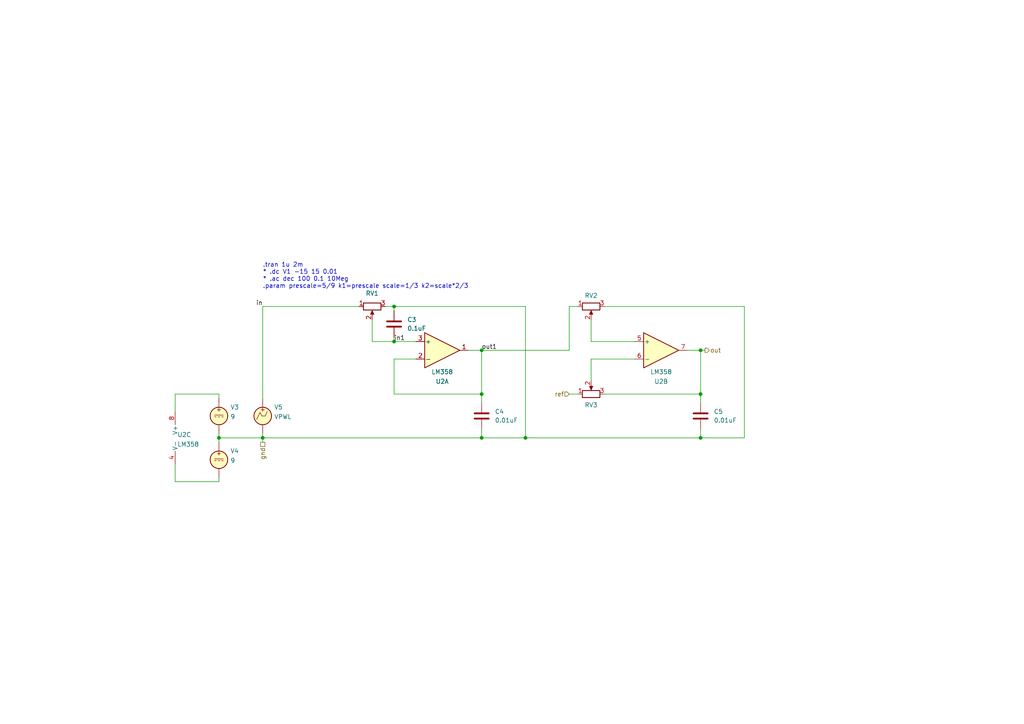
<source format=kicad_sch>
(kicad_sch (version 20211123) (generator eeschema)
  (paper "A4")
  (lib_symbols
    (symbol "Amplifier_Operational:LM358" (pin_names (offset 0.127))
      (property "Reference" "U" (at 0 5.08 0))
      (property "Value" "LM358" (at 0 -5.08 0))
      (symbol "LM358_1_1"
        (polyline (pts (xy -5.08 5.08) (xy 5.08 0) (xy -5.08 -5.08) (xy -5.08 5.08)) (stroke (width 0.254)) (fill (type background)))
        (pin output line (at 7.62 0 180) (length 2.54) (name "~") (number "1"))
        (pin input line (at -7.62 -2.54 0) (length 2.54) (name "-") (number "2"))
        (pin input line (at -7.62 2.54 0) (length 2.54) (name "+") (number "3"))
      )
      (symbol "LM358_2_1"
        (polyline (pts (xy -5.08 5.08) (xy 5.08 0) (xy -5.08 -5.08) (xy -5.08 5.08)) (stroke (width 0.254)) (fill (type background)))
        (pin input line (at -7.62 2.54 0) (length 2.54) (name "+") (number "5"))
        (pin input line (at -7.62 -2.54 0) (length 2.54) (name "-") (number "6"))
        (pin output line (at 7.62 0 180) (length 2.54) (name "~") (number "7"))
      )
      (symbol "LM358_3_1"
        (pin power_in line (at -2.54 -7.62 90) (length 3.81) (name "V-") (number "4"))
        (pin power_in line (at -2.54 7.62 270) (length 3.81) (name "V+") (number "8"))
      )
    )
    (symbol "Device:C" (pin_numbers hide) (pin_names (offset 0.254))
      (property "Reference" "C" (at 0.635 2.54 0))
      (property "Value" "C" (at 0.635 -2.54 0))
      (symbol "C_0_1"
        (polyline (pts (xy -2.032 -0.762) (xy 2.032 -0.762)) (stroke (width 0.508)))
        (polyline (pts (xy -2.032 0.762) (xy 2.032 0.762)) (stroke (width 0.508)))
      )
      (symbol "C_1_1"
        (pin passive line (at 0 3.81 270) (length 2.794) (name "~") (number "1"))
        (pin passive line (at 0 -3.81 90) (length 2.794) (name "~") (number "2"))
      )
    )
    (symbol "Device:R_Potentiometer" (pin_names (offset 1.016) hide)
      (property "Reference" "RV" (at -4.445 0 90))
      (property "Value" "R_Potentiometer" (at -2.54 0 90))
      (symbol "R_Potentiometer_0_1"
        (polyline (pts (xy 2.54 0) (xy 1.524 0)))
        (polyline (pts (xy 1.143 0) (xy 2.286 0.508) (xy 2.286 -0.508) (xy 1.143 0)) (fill (type outline)))
        (rectangle (start 1.016 2.54) (end -1.016 -2.54) (stroke (width 0.254)))
      )
      (symbol "R_Potentiometer_1_1"
        (pin passive line (at 0 3.81 270) (length 1.27) (name "1") (number "1"))
        (pin passive line (at 3.81 0 180) (length 1.27) (name "2") (number "2"))
        (pin passive line (at 0 -3.81 90) (length 1.27) (name "3") (number "3"))
      )
    )
    (symbol "Simulation_SPICE:VDC" (pin_numbers hide) (pin_names (offset 0.0254))
      (property "Reference" "V" (at 2.54 2.54 0))
      (property "Value" "VDC" (at 2.54 0 0))
      (property "Spice_Model" "dc(1)" (at 2.54 -2.54 0))
      (symbol "VDC_0_0"
        (polyline (pts (xy -1.27 0.254) (xy 1.27 0.254)))
        (polyline (pts (xy -0.762 -0.254) (xy -1.27 -0.254)))
        (polyline (pts (xy 0.254 -0.254) (xy -0.254 -0.254)))
        (polyline (pts (xy 1.27 -0.254) (xy 0.762 -0.254)))
        (text "+" (at 0 1.905 0) (effects (font (size 1.27 1.27))))
      )
      (symbol "VDC_0_1"
        (circle (center 0 0) (radius 2.54) (stroke (width 0.254)) (fill (type background)))
      )
      (symbol "VDC_1_1"
        (pin passive line (at 0 5.08 270) (length 2.54) (name "~") (number "1"))
        (pin passive line (at 0 -5.08 90) (length 2.54) (name "~") (number "2"))
      )
    )
    (symbol "Simulation_SPICE:VPWL" (pin_numbers hide) (pin_names (offset 0.0254))
      (property "Reference" "V" (at 2.54 2.54 0))
      (property "Value" "VPWL" (at 2.54 0 0))
      (property "Spice_Model" "pwl(0 -1 50n -1 51n 0 97n 1 171n -1 200n -1)" (at 2.54 -2.54 0))
      (symbol "VPWL_0_0"
        (polyline (pts (xy -1.778 -1.016) (xy -0.762 1.016) (xy -0.254 0) (xy 0.762 0) (xy 1.27 1.27)))
        (text "+" (at 0 1.905 0) (effects (font (size 1.27 1.27))))
      )
      (symbol "VPWL_0_1"
        (circle (center 0 0) (radius 2.54) (stroke (width 0.254)) (fill (type background)))
      )
      (symbol "VPWL_1_1"
        (pin passive line (at 0 5.08 270) (length 2.54) (name "~") (number "1"))
        (pin passive line (at 0 -5.08 90) (length 2.54) (name "~") (number "2"))
      )
    )
  )
  (junction (at 152.4 127))
  (junction (at 114.3 99.06))
  (junction (at 203.2 114.3))
  (junction (at 203.2 101.6))
  (junction (at 203.2 127))
  (junction (at 63.5 127))
  (junction (at 114.3 88.9))
  (junction (at 139.7 127))
  (junction (at 76.2 127))
  (junction (at 139.7 101.6))
  (junction (at 139.7 114.3))
  (wire (pts (xy 139.7 114.3) (xy 139.7 101.6)))
  (wire (pts (xy 50.8 139.7) (xy 63.5 139.7)))
  (wire (pts (xy 50.8 119.38) (xy 50.8 114.3)))
  (wire (pts (xy 165.1 88.9) (xy 167.64 88.9)))
  (wire (pts (xy 139.7 127) (xy 152.4 127)))
  (wire (pts (xy 175.26 114.3) (xy 203.2 114.3)))
  (wire (pts (xy 171.45 99.06) (xy 184.15 99.06)))
  (wire (pts (xy 114.3 97.79) (xy 114.3 99.06)))
  (wire (pts (xy 139.7 116.84) (xy 139.7 114.3)))
  (wire (pts (xy 63.5 127) (xy 63.5 128.27)))
  (wire (pts (xy 76.2 127) (xy 63.5 127)))
  (wire (pts (xy 63.5 139.7) (xy 63.5 138.43)))
  (wire (pts (xy 171.45 92.71) (xy 171.45 99.06)))
  (wire (pts (xy 114.3 104.14) (xy 114.3 114.3)))
  (wire (pts (xy 76.2 88.9) (xy 76.2 115.57)))
  (wire (pts (xy 203.2 114.3) (xy 203.2 101.6)))
  (wire (pts (xy 114.3 99.06) (xy 120.65 99.06)))
  (wire (pts (xy 139.7 101.6) (xy 135.89 101.6)))
  (wire (pts (xy 139.7 101.6) (xy 165.1 101.6)))
  (wire (pts (xy 50.8 134.62) (xy 50.8 139.7)))
  (wire (pts (xy 203.2 116.84) (xy 203.2 114.3)))
  (wire (pts (xy 76.2 127) (xy 76.2 128.27)))
  (wire (pts (xy 171.45 104.14) (xy 184.15 104.14)))
  (wire (pts (xy 114.3 90.17) (xy 114.3 88.9)))
  (wire (pts (xy 203.2 101.6) (xy 204.47 101.6)))
  (wire (pts (xy 107.95 92.71) (xy 107.95 99.06)))
  (wire (pts (xy 63.5 115.57) (xy 63.5 114.3)))
  (wire (pts (xy 203.2 124.46) (xy 203.2 127)))
  (wire (pts (xy 171.45 110.49) (xy 171.45 104.14)))
  (wire (pts (xy 76.2 127) (xy 139.7 127)))
  (wire (pts (xy 165.1 114.3) (xy 167.64 114.3)))
  (wire (pts (xy 139.7 124.46) (xy 139.7 127)))
  (wire (pts (xy 50.8 114.3) (xy 63.5 114.3)))
  (wire (pts (xy 175.26 88.9) (xy 215.9 88.9)))
  (wire (pts (xy 152.4 88.9) (xy 152.4 127)))
  (wire (pts (xy 114.3 114.3) (xy 139.7 114.3)))
  (wire (pts (xy 152.4 127) (xy 203.2 127)))
  (wire (pts (xy 63.5 125.73) (xy 63.5 127)))
  (wire (pts (xy 111.76 88.9) (xy 114.3 88.9)))
  (wire (pts (xy 203.2 101.6) (xy 199.39 101.6)))
  (wire (pts (xy 215.9 88.9) (xy 215.9 127)))
  (wire (pts (xy 114.3 104.14) (xy 120.65 104.14)))
  (wire (pts (xy 76.2 88.9) (xy 104.14 88.9)))
  (wire (pts (xy 76.2 125.73) (xy 76.2 127)))
  (wire (pts (xy 165.1 101.6) (xy 165.1 88.9)))
  (wire (pts (xy 203.2 127) (xy 215.9 127)))
  (wire (pts (xy 107.95 99.06) (xy 114.3 99.06)))
  (wire (pts (xy 114.3 88.9) (xy 152.4 88.9)))
  (text ".tran 1u 2m\n* .dc V1 -15 15 0.01\n* .ac dec 100 0.1 10Meg\n.param prescale=5/9 k1=prescale scale=1/3 k2=scale*2/3" (at 76.2 83.82 0) (effects (font (size 1.27 1.27)) (justify left bottom)))
  (label "in" (at 76.2 88.9 180))
  (label "out1" (at 139.7 101.6 0))
  (label "in1" (at 114.3 99.06 0))
  (hierarchical_label "ref" (shape input) (at 165.1 114.3 180))
  (hierarchical_label "out" (shape output) (at 204.47 101.6 0))
  (hierarchical_label "gnd" (shape passive) (at 76.2 128.27 270))
  (symbol (lib_id "Simulation_SPICE:VDC") (at 63.5 120.65 0) (mirror y) (unit 1)
    (property "Reference" "V3" (at 66.802 118.1046 0) (effects (justify right)))
    (property "Value" "VDC" (at 66.802 120.8797 0) (effects (justify right)))
    (property "Spice_Netlist_Enabled" "Y" (effects hide))
    (property "Spice_Primitive" "V" (effects hide))
    (property "Spice_Model" "dc(9)" (at 66.802 123.6548 0) (effects (justify right)))
  )
  (symbol (lib_id "Simulation_SPICE:VDC") (at 63.5 133.35 0) (mirror y) (unit 1)
    (property "Reference" "V4" (at 66.802 130.8046 0) (effects (justify right)))
    (property "Value" "VDC" (at 66.802 133.5797 0) (effects (justify right)))
    (property "Spice_Netlist_Enabled" "Y" (effects hide))
    (property "Spice_Primitive" "V" (effects hide))
    (property "Spice_Model" "dc(9)" (at 66.802 136.3548 0) (effects (justify right)))
  )
  (symbol (lib_id "Amplifier_Operational:LM358") (at 191.77 101.6 0) (unit 2)
    (property "Reference" "U2" (at 191.77 110.6465 0))
    (property "Value" "LM358" (at 191.77 107.8714 0))
    (property "Datasheet" "http://www.ti.com/lit/ds/symlink/lm2904-n.pdf" (effects hide))
    (property "Spice_Primitive" "X" (effects hide))
    (property "Spice_Model" "lm358" (effects hide))
    (property "Spice_Netlist_Enabled" "Y" (effects hide))
    (property "Spice_Lib_File" "SPICE.lib" (effects hide))
  )
  (symbol (lib_id "Amplifier_Operational:LM358") (at 53.34 127 0) (unit 3)
    (property "Reference" "U2" (at 51.435 126.0915 0) (effects (justify left)))
    (property "Value" "LM358" (at 51.435 128.8666 0) (effects (justify left)))
    (property "Datasheet" "http://www.ti.com/lit/ds/symlink/lm2904-n.pdf" (effects hide))
    (property "Spice_Primitive" "X" (effects hide))
    (property "Spice_Model" "lm358" (effects hide))
    (property "Spice_Netlist_Enabled" "Y" (effects hide))
    (property "Spice_Lib_File" "SPICE.lib" (effects hide))
  )
  (symbol (lib_id "Device:C") (at 203.2 120.65 0) (mirror x) (unit 1)
    (property "Reference" "C5" (at 207.01 119.38 0) (effects (justify left)))
    (property "Value" "0.01uF" (at 207.01 121.92 0) (effects (justify left)))
  )
  (symbol (lib_id "Device:R_Potentiometer") (at 171.45 88.9 90) (mirror x) (unit 1)
    (property "Reference" "RV2" (at 171.45 85.7345 90))
    (property "Value" "R_Potentiometer" (effects hide))
    (property "Spice_Primitive" "X" (effects hide))
    (property "Spice_Model" "rpot k='k2' R=100k" (effects hide))
    (property "Spice_Netlist_Enabled" "Y" (effects hide))
    (property "Spice_Lib_File" "SPICE.lib" (effects hide))
  )
  (symbol (lib_id "Device:R_Potentiometer") (at 171.45 114.3 90) (unit 1)
    (property "Reference" "RV3" (at 171.45 117.4655 90))
    (property "Value" "R_Potentiometer" (effects hide))
    (property "Spice_Primitive" "X" (effects hide))
    (property "Spice_Model" "rpot k=1/3 R=100k" (effects hide))
    (property "Spice_Netlist_Enabled" "Y" (effects hide))
    (property "Spice_Lib_File" "SPICE.lib" (effects hide))
  )
  (symbol (lib_id "Amplifier_Operational:LM358") (at 128.27 101.6 0) (unit 1)
    (property "Reference" "U2" (at 128.27 110.6465 0))
    (property "Value" "LM358" (at 128.27 107.8714 0))
    (property "Datasheet" "http://www.ti.com/lit/ds/symlink/lm2904-n.pdf" (effects hide))
    (property "Spice_Primitive" "X" (effects hide))
    (property "Spice_Model" "lm358" (effects hide))
    (property "Spice_Netlist_Enabled" "Y" (effects hide))
    (property "Spice_Lib_File" "SPICE.lib" (effects hide))
  )
  (symbol (lib_id "Device:R_Potentiometer") (at 107.95 88.9 90) (mirror x) (unit 1)
    (property "Reference" "RV1" (at 107.95 85.09 90))
    (property "Value" "R_Potentiometer" (effects hide))
    (property "Spice_Primitive" "X" (effects hide))
    (property "Spice_Model" "rpot k='k1' R=100k" (effects hide))
    (property "Spice_Netlist_Enabled" "Y" (effects hide))
    (property "Spice_Lib_File" "SPICE.lib" (effects hide))
  )
  (symbol (lib_id "Device:C") (at 114.3 93.98 0) (mirror x) (unit 1)
    (property "Reference" "C3" (at 118.11 92.71 0) (effects (justify left)))
    (property "Value" "0.1uF" (at 118.11 95.25 0) (effects (justify left)))
  )
  (symbol (lib_id "Device:C") (at 139.7 120.65 0) (mirror x) (unit 1)
    (property "Reference" "C4" (at 143.51 119.38 0) (effects (justify left)))
    (property "Value" "0.01uF" (at 143.51 121.92 0) (effects (justify left)))
  )
  (symbol (lib_id "Simulation_SPICE:VPWL") (at 76.2 120.65 0) (unit 1)
    (property "Reference" "V5" (at 79.502 118.1046 0) (effects (justify left)))
    (property "Value" "VPWL" (at 79.502 120.8797 0) (effects (justify left)))
    (property "Spice_Netlist_Enabled" "Y" (effects hide))
    (property "Spice_Primitive" "V" (effects hide))
    (property "Spice_Model" "ac(1) pwl(0 0 0.5m 30 1.5m -30 2m 0)" (at 79.502 123.6548 0) (effects (justify left)))
  )
)
</source>
